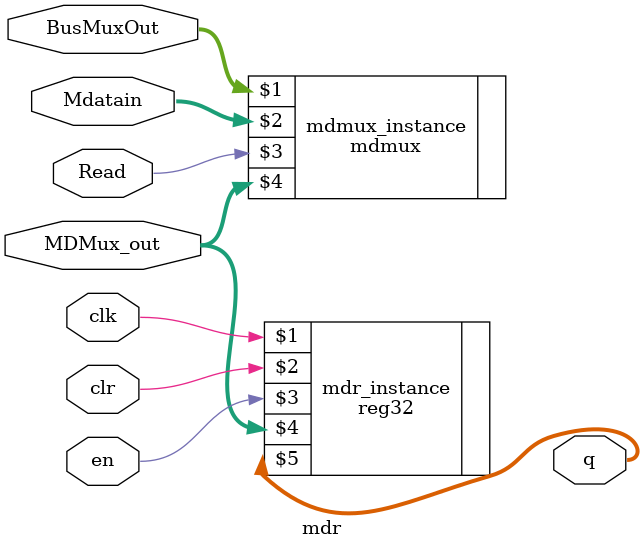
<source format=v>
module mdr(
	// mdmux
	input [31:0] BusMuxOut,
	input [31:0] Mdatain,
	input Read,
	input [31:0] MDMux_out,
	
	// mdr
	input clk,
	input clr,	// using active high
	input en,
	// input d = MDMux_out
	output [31:0] q
);
	mdmux mdmux_instance(
		BusMuxOut,
		Mdatain,
		Read,
		MDMux_out
	);
	
	reg32 mdr_instance(
		clk,
		clr,
		en,
		MDMux_out,
		q
	);

endmodule

</source>
